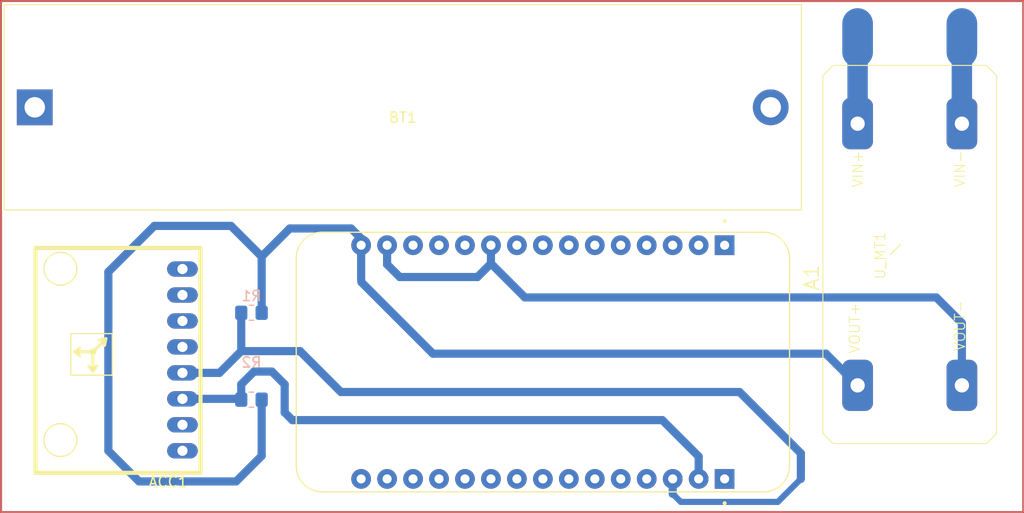
<source format=kicad_pcb>
(kicad_pcb (version 20240108) (generator "pcbnew") (generator_version "8.0")
  (layers (0 "F.Cu" signal) (31 "B.Cu" signal) (34 "B.Paste" user) (35 "F.Paste" user) (36 "B.SilkS" user "B.Silkscreen") (37 "F.SilkS" user "F.Silkscreen") (38 "B.Mask" user) (39 "F.Mask" user) (44 "Edge.Cuts" user))
  (net 0 "")
  (net 28 "Net-(A1B-D1)")
  (net 29 "Net-(A1B-D2)")
  (net 30 "/Vcc")
  (net 31 "Net-(U_MT1-VOUT-)")
  (net 32 "Net-(BT1-+)")
  (net 33 "Net-(BT1--)")
  (footprint "GY512:GY-521" (layer "F.Cu") (at 129.52 95.156 180)
    (property "Reference" "ACC1" (at 3.167 -22.8854 360) (layer "F.SilkS"))
    (property "Value" "GY-521")
    (fp_line (start 16.15 0) (end 16.15 -22) (stroke (width 0.4064)) (layer "F.SilkS"))
    (fp_line (start 16.15 -22) (end 0 -22) (stroke (width 0.4064)) (layer "F.SilkS"))
    (fp_line (start 12.692 -8.382) (end 12.692 -12.446) (stroke (width 0.127)) (layer "F.SilkS"))
    (fp_line (start 12.692 -12.446) (end 8.628 -12.446) (stroke (width 0.127)) (layer "F.SilkS"))
    (fp_line (start 12.311 -10.16) (end 11.803 -9.779) (stroke (width 0.3048)) (layer "F.SilkS"))
    (fp_line (start 11.803 -10.541) (end 12.311 -10.16) (stroke (width 0.3048)) (layer "F.SilkS"))
    (fp_line (start 10.914 -11.557) (end 10.533 -12.065) (stroke (width 0.3048)) (layer "F.SilkS"))
    (fp_line (start 10.533 -10.16) (end 12.311 -10.16) (stroke (width 0.3048)) (layer "F.SilkS"))
    (fp_line (start 10.533 -10.16) (end 10.533 -12.065) (stroke (width 0.3048)) (layer "F.SilkS"))
    (fp_line (start 10.533 -10.16) (end 9.263 -8.89) (stroke (width 0.3048)) (layer "F.SilkS"))
    (fp_line (start 10.533 -12.065) (end 10.152 -11.557) (stroke (width 0.3048)) (layer "F.SilkS"))
    (fp_line (start 9.263 -8.89) (end 9.898 -9.017) (stroke (width 0.3048)) (layer "F.SilkS"))
    (fp_line (start 9.263 -8.89) (end 9.39 -9.525) (stroke (width 0.3048)) (layer "F.SilkS"))
    (fp_line (start 8.628 -8.382) (end 12.692 -8.382) (stroke (width 0.127)) (layer "F.SilkS"))
    (fp_line (start 8.628 -12.446) (end 8.628 -8.382) (stroke (width 0.127)) (layer "F.SilkS"))
    (fp_line (start 0 0) (end 16.15 0) (stroke (width 0.4064)) (layer "F.SilkS"))
    (fp_line (start 0 -22) (end 0 0) (stroke (width 0.4064)) (layer "F.SilkS"))
    (fp_circle (center 13.708 -2.032) (end 15.31443 -2.032) (stroke (width 0.127)) (fill none) (layer "F.SilkS"))
    (fp_circle (center 13.708 -18.796) (end 15.31443 -18.796) (stroke (width 0.127)) (fill none) (layer "F.SilkS"))
    (fp_circle (center 10.533 -10.16) (end 10.712603 -10.16) (stroke (width 0.3048)) (fill none) (layer "F.SilkS"))
    (pad "AD0" thru_hole oval (at 1.77 -4.604 180) (size 3 1.5) (drill 1) (layers "*.Cu" "*.Mask"))
    (pad "GND" thru_hole oval (at 1.77 -17.304 180) (size 3 1.5) (drill 1) (layers "*.Cu" "*.Mask"))
    (pad "INT" thru_hole oval (at 1.77 -2.064 180) (size 3 1.5) (drill 1) (layers "*.Cu" "*.Mask"))
    (pad "SCL" thru_hole oval (at 1.77 -14.764 180) (size 3 1.5) (drill 1) (layers "*.Cu" "*.Mask") (net 28 "Net-(A1B-D1)"))
    (pad "SDA" thru_hole oval (at 1.77 -12.224 180) (size 3 1.5) (drill 1) (layers "*.Cu" "*.Mask") (net 29 "Net-(A1B-D2)"))
    (pad "VCC" thru_hole oval (at 1.77 -19.844 180) (size 3 1.5) (drill 1) (layers "*.Cu" "*.Mask"))
    (pad "XCL" thru_hole oval (at 1.77 -7.144 180) (size 3 1.5) (drill 1) (layers "*.Cu" "*.Mask"))
    (pad "XDA" thru_hole oval (at 1.77 -9.684 180) (size 3 1.5) (drill 1) (layers "*.Cu" "*.Mask"))
  )
  (footprint "NodeMCUv2:SEEED_113990105" (layer "F.Cu") (at 163.01 106.32 -90)
    (property "Reference" "A1" (at -8.255 -26.289 90) (layer "F.SilkS") (effects (font (size 1.4 1.4))))
    (property "Value" "esp8266")
    (fp_line (start 10.16 24.13) (end -10.16 24.13) (stroke (width 0.127)) (layer "F.SilkS"))
    (fp_line (start -12.7 21.59) (end -12.7 -21.59) (stroke (width 0.127)) (layer "F.SilkS"))
    (fp_line (start 12.7 -21.59) (end 12.7 21.59) (stroke (width 0.127)) (layer "F.SilkS"))
    (fp_line (start -10.16 -24.13) (end 10.16 -24.13) (stroke (width 0.127)) (layer "F.SilkS"))
    (fp_arc (start -10.16 24.13) (mid -11.956051 23.386051) (end -12.7 21.59) (stroke (width 0.127)) (layer "F.SilkS"))
    (fp_arc (start 12.7 21.59) (mid 11.956051 23.386051) (end 10.16 24.13) (stroke (width 0.127)) (layer "F.SilkS"))
    (fp_arc (start -12.7 -21.59) (mid -11.956051 -23.386051) (end -10.16 -24.13) (stroke (width 0.127)) (layer "F.SilkS"))
    (fp_arc (start 10.16 -24.13) (mid 11.956051 -23.386051) (end 12.7 -21.59) (stroke (width 0.127)) (layer "F.SilkS"))
    (fp_circle (center -13.81 -17.78) (end -13.71 -17.78) (stroke (width 0.2)) (fill none) (layer "F.SilkS"))
    (fp_circle (center 13.81 -17.78) (end 13.91 -17.78) (stroke (width 0.2)) (fill none) (layer "F.SilkS"))
    (pad "" np_thru_hole circle (at -10.16 -21.59 270) (size 3.2 3.2) (drill 3.2) (layers "*.Cu" "*.Mask"))
    (pad "" np_thru_hole circle (at -10.16 21.59 270) (size 3.2 3.2) (drill 3.2) (layers "*.Cu" "*.Mask"))
    (pad "" np_thru_hole circle (at 10.16 -21.59 270) (size 3.2 3.2) (drill 3.2) (layers "*.Cu" "*.Mask"))
    (pad "" np_thru_hole circle (at 10.16 21.59 270) (size 3.2 3.2) (drill 3.2) (layers "*.Cu" "*.Mask"))
    (pad "J1_1" thru_hole rect (at -11.43 -17.78 270) (size 1.93 1.93) (drill 0.889) (layers "*.Cu" "*.Mask"))
    (pad "J1_2" thru_hole circle (at -11.43 -15.24 270) (size 1.93 1.93) (drill 0.889) (layers "*.Cu" "*.Mask"))
    (pad "J1_3" thru_hole circle (at -11.43 -12.7 270) (size 1.93 1.93) (drill 0.889) (layers "*.Cu" "*.Mask"))
    (pad "J1_4" thru_hole circle (at -11.43 -10.16 270) (size 1.93 1.93) (drill 0.889) (layers "*.Cu" "*.Mask"))
    (pad "J1_5" thru_hole circle (at -11.43 -7.62 270) (size 1.93 1.93) (drill 0.889) (layers "*.Cu" "*.Mask"))
    (pad "J1_6" thru_hole circle (at -11.43 -5.08 270) (size 1.93 1.93) (drill 0.889) (layers "*.Cu" "*.Mask"))
    (pad "J1_7" thru_hole circle (at -11.43 -2.54 270) (size 1.93 1.93) (drill 0.889) (layers "*.Cu" "*.Mask"))
    (pad "J1_8" thru_hole circle (at -11.43 0 270) (size 1.93 1.93) (drill 0.889) (layers "*.Cu" "*.Mask"))
    (pad "J1_9" thru_hole circle (at -11.43 2.54 270) (size 1.93 1.93) (drill 0.889) (layers "*.Cu" "*.Mask"))
    (pad "J1_10" thru_hole circle (at -11.43 5.08 270) (size 1.93 1.93) (drill 0.889) (layers "*.Cu" "*.Mask") (net 31 "Net-(U_MT1-VOUT-)"))
    (pad "J1_11" thru_hole circle (at -11.43 7.62 270) (size 1.93 1.93) (drill 0.889) (layers "*.Cu" "*.Mask"))
    (pad "J1_12" thru_hole circle (at -11.43 10.16 270) (size 1.93 1.93) (drill 0.889) (layers "*.Cu" "*.Mask"))
    (pad "J1_13" thru_hole circle (at -11.43 12.7 270) (size 1.93 1.93) (drill 0.889) (layers "*.Cu" "*.Mask"))
    (pad "J1_14" thru_hole circle (at -11.43 15.24 270) (size 1.93 1.93) (drill 0.889) (layers "*.Cu" "*.Mask") (net 31 "Net-(U_MT1-VOUT-)"))
    (pad "J1_15" thru_hole circle (at -11.43 17.78 270) (size 1.93 1.93) (drill 0.889) (layers "*.Cu" "*.Mask") (net 30 "/Vcc"))
    (pad "J2_1" thru_hole rect (at 11.43 -17.78 270) (size 1.93 1.93) (drill 0.889) (layers "*.Cu" "*.Mask"))
    (pad "J2_2" thru_hole circle (at 11.43 -15.24 270) (size 1.93 1.93) (drill 0.889) (layers "*.Cu" "*.Mask") (net 28 "Net-(A1B-D1)"))
    (pad "J2_3" thru_hole circle (at 11.43 -12.7 270) (size 1.93 1.93) (drill 0.889) (layers "*.Cu" "*.Mask") (net 29 "Net-(A1B-D2)"))
    (pad "J2_4" thru_hole circle (at 11.43 -10.16 270) (size 1.93 1.93) (drill 0.889) (layers "*.Cu" "*.Mask"))
    (pad "J2_5" thru_hole circle (at 11.43 -7.62 270) (size 1.93 1.93) (drill 0.889) (layers "*.Cu" "*.Mask"))
    (pad "J2_6" thru_hole circle (at 11.43 -5.08 270) (size 1.93 1.93) (drill 0.889) (layers "*.Cu" "*.Mask"))
    (pad "J2_7" thru_hole circle (at 11.43 -2.54 270) (size 1.93 1.93) (drill 0.889) (layers "*.Cu" "*.Mask"))
    (pad "J2_8" thru_hole circle (at 11.43 0 270) (size 1.93 1.93) (drill 0.889) (layers "*.Cu" "*.Mask"))
    (pad "J2_9" thru_hole circle (at 11.43 2.54 270) (size 1.93 1.93) (drill 0.889) (layers "*.Cu" "*.Mask"))
    (pad "J2_10" thru_hole circle (at 11.43 5.08 270) (size 1.93 1.93) (drill 0.889) (layers "*.Cu" "*.Mask"))
    (pad "J2_11" thru_hole circle (at 11.43 7.62 270) (size 1.93 1.93) (drill 0.889) (layers "*.Cu" "*.Mask"))
    (pad "J2_12" thru_hole circle (at 11.43 10.16 270) (size 1.93 1.93) (drill 0.889) (layers "*.Cu" "*.Mask"))
    (pad "J2_13" thru_hole circle (at 11.43 12.7 270) (size 1.93 1.93) (drill 0.889) (layers "*.Cu" "*.Mask"))
    (pad "J2_14" thru_hole circle (at 11.43 15.24 270) (size 1.93 1.93) (drill 0.889) (layers "*.Cu" "*.Mask"))
    (pad "J2_15" thru_hole circle (at 11.43 17.78 270) (size 1.93 1.93) (drill 0.889) (layers "*.Cu" "*.Mask"))
  )
  (footprint "Battery:BatteryHolder_MPD_BH-18650-PC2" (layer "F.Cu") (at 113.3 81.4)
    (property "Reference" "BT1" (at 36 1 0) (layer "F.SilkS"))
    (property "Value" "Battery_Cell")
    (fp_line (start -3 -10.05) (end 75 -10.05) (stroke (width 0.12)) (layer "F.SilkS"))
    (fp_line (start -3 10.05) (end -3 -10.05) (stroke (width 0.12)) (layer "F.SilkS"))
    (fp_line (start 75 -10.05) (end 75 10.05) (stroke (width 0.12)) (layer "F.SilkS"))
    (fp_line (start 75 10.05) (end -3 10.05) (stroke (width 0.12)) (layer "F.SilkS"))
    (pad "" np_thru_hole circle (at 8.645 0) (size 3.2 3.2) (drill 3.2) (layers "*.Cu" "*.Mask"))
    (pad "" np_thru_hole circle (at 64.255 0) (size 3.2 3.2) (drill 3.2) (layers "*.Cu" "*.Mask"))
    (pad "1" thru_hole rect (at 0 0) (size 3.5 3.5) (drill 2) (layers "*.Cu" "*.Mask") (net 32 "Net-(BT1-+)"))
    (pad "2" thru_hole circle (at 72 0) (size 3.5 3.5) (drill 2) (layers "*.Cu" "*.Mask") (net 33 "Net-(BT1--)"))
  )
  (footprint "vito:MT3608_board" (layer "F.Cu") (at 207.4 114.3 90)
    (property "Reference" "U_MT1" (at 18.4 -11.4 90) (layer "F.SilkS") (effects (font (thickness 0.1))))
    (property "Value" "~")
    (fp_line (start 36 -17) (end 37 -16) (stroke (width 0.1)) (layer "F.SilkS"))
    (fp_line (start 1 -17) (end 36 -17) (stroke (width 0.1)) (layer "F.SilkS"))
    (fp_line (start 37 -16) (end 37 -1) (stroke (width 0.1)) (layer "F.SilkS"))
    (fp_line (start 0 -16) (end 1 -17) (stroke (width 0.1)) (layer "F.SilkS"))
    (fp_line (start 0 -16) (end 0 -1) (stroke (width 0.1)) (layer "F.SilkS"))
    (fp_line (start 18.5 -10.4) (end 19.5 -9.4) (stroke (width 0.1)) (layer "F.SilkS"))
    (fp_line (start 0 -1) (end 1 0) (stroke (width 0.1)) (layer "F.SilkS"))
    (fp_line (start 36 0) (end 37 -1) (stroke (width 0.1)) (layer "F.SilkS"))
    (fp_line (start 36 0) (end 1 0) (stroke (width 0.1)) (layer "F.SilkS"))
    (fp_text user "VOUT+" (at 8.75 -13.29 90) (layer "F.SilkS") (effects (font (thickness 0.1)) (justify left bottom)))
    (fp_text user "VIN+" (at 25 -13 90) (layer "F.SilkS") (effects (font (thickness 0.1)) (justify left bottom)))
    (fp_text user "VOUT-" (at 9 -3 90) (layer "F.SilkS") (effects (font (thickness 0.1)) (justify left bottom)))
    (fp_text user "VIN-" (at 25 -3 90) (layer "F.SilkS") (effects (font (thickness 0.1)) (justify left bottom)))
    (pad "1" thru_hole roundrect (at 31.3 -13.6 90) (size 5 3) (drill 1.4) (layers "*.Cu" "*.Mask") (net 32 "Net-(BT1-+)"))
    (pad "2" thru_hole roundrect (at 31.3 -3.4 90) (size 5 3) (drill 1.4) (layers "*.Cu" "*.Mask") (net 33 "Net-(BT1--)"))
    (pad "3" thru_hole roundrect (at 5.7 -13.6 90) (size 5 3) (drill 1.4) (layers "*.Cu" "*.Mask") (net 30 "/Vcc"))
    (pad "4" thru_hole roundrect (at 5.7 -3.4 90) (size 5 3) (drill 1.4) (layers "*.Cu" "*.Mask") (net 31 "Net-(U_MT1-VOUT-)"))
  )
  (footprint "TCLib:R_0805" (layer "B.Cu") (at 134.5 110 180)
    (property "Reference" "R2" (at 0 3.65 360) (layer "B.SilkS") (effects (justify mirror)))
    (property "Value" "R")
    (fp_line (start 0.227064 0.735) (end -0.227064 0.735) (stroke (width 0.12)) (layer "B.SilkS"))
    (fp_line (start 0.227064 -0.735) (end -0.227064 -0.735) (stroke (width 0.12)) (layer "B.SilkS"))
    (pad "1" smd roundrect (at -1 0 180) (size 1.2 1.4) (layers "B.Cu" "B.Paste" "B.Mask") (roundrect_rratio 0.208333) (net 30 "/Vcc"))
    (pad "2" smd roundrect (at 1 0 180) (size 1.2 1.4) (layers "B.Cu" "B.Paste" "B.Mask") (roundrect_rratio 0.208333) (net 28 "Net-(A1B-D1)"))
  )
  (footprint "TCLib:R_0805" (layer "B.Cu") (at 134.5 101.5 180)
    (property "Reference" "R1" (at 0 1.65 360) (layer "B.SilkS") (effects (justify mirror)))
    (property "Value" "R")
    (fp_line (start 0.227064 0.735) (end -0.227064 0.735) (stroke (width 0.12)) (layer "B.SilkS"))
    (fp_line (start 0.227064 -0.735) (end -0.227064 -0.735) (stroke (width 0.12)) (layer "B.SilkS"))
    (pad "1" smd roundrect (at -1 0 180) (size 1.2 1.4) (layers "B.Cu" "B.Paste" "B.Mask") (roundrect_rratio 0.208333) (net 30 "/Vcc"))
    (pad "2" smd roundrect (at 1 0 180) (size 1.2 1.4) (layers "B.Cu" "B.Paste" "B.Mask") (roundrect_rratio 0.208333) (net 29 "Net-(A1B-D2)"))
  )
  (gr_rect (start 110 71) (end 210 121) (stroke (width 0.2)) (fill none) (layer "F.Cu") (net 28))
  (gr_rect (start 110 71) (end 210 121) (stroke (width 0.05)) (fill none) (layer "Edge.Cuts"))
  (segment (start 133.5 108.5) (end 134.75 107.25) (width 0.8) (layer "B.Cu") (net 28))
  (segment (start 134.75 107.25) (end 136.5 107.25) (width 0.8) (layer "B.Cu") (net 28))
  (segment (start 174.697056 112) (end 178.25 115.552944) (width 0.8) (layer "B.Cu") (net 28))
  (segment (start 127.75 109.92) (end 133.42 109.92) (width 0.8) (layer "B.Cu") (net 28))
  (segment (start 137.75 108.5) (end 137.75 111.25) (width 0.8) (layer "B.Cu") (net 28))
  (segment (start 133.42 109.92) (end 133.5 110) (width 0.8) (layer "B.Cu") (net 28))
  (segment (start 137.75 111.25) (end 138.5 112) (width 0.8) (layer "B.Cu") (net 28))
  (segment (start 136.5 107.25) (end 137.75 108.5) (width 0.8) (layer "B.Cu") (net 28))
  (segment (start 178.25 115.552944) (end 178.25 117.75) (width 0.8) (layer "B.Cu") (net 28))
  (segment (start 138.5 112) (end 174.697056 112) (width 0.8) (layer "B.Cu") (net 28))
  (segment (start 133.5 110) (end 133.5 108.5) (width 0.8) (layer "B.Cu") (net 28))
  (segment (start 188.25 115.25) (end 182.25 109.25) (width 0.8) (layer "B.Cu") (net 29))
  (segment (start 186 120) (end 176.5 120) (width 0.6) (layer "B.Cu") (net 29))
  (segment (start 143.25 109.25) (end 139.25 105.25) (width 0.8) (layer "B.Cu") (net 29))
  (segment (start 176.5 120) (end 175.71 119.21) (width 0.6) (layer "B.Cu") (net 29))
  (segment (start 131.37 107.38) (end 133.5 105.25) (width 0.8) (layer "B.Cu") (net 29))
  (segment (start 188.25 117.75) (end 186 120) (width 0.6) (layer "B.Cu") (net 29))
  (segment (start 175.71 117.75) (end 175.71 119.21) (width 0.8) (layer "B.Cu") (net 29))
  (segment (start 188.25 117.75) (end 188.25 115.25) (width 0.8) (layer "B.Cu") (net 29))
  (segment (start 127.75 107.38) (end 131.37 107.38) (width 0.8) (layer "B.Cu") (net 29))
  (segment (start 182.25 109.25) (end 143.25 109.25) (width 0.8) (layer "B.Cu") (net 29))
  (segment (start 139.25 105.25) (end 133.5 105.25) (width 0.8) (layer "B.Cu") (net 29))
  (segment (start 133.5 105.25) (end 133.5 101.5) (width 0.8) (layer "B.Cu") (net 29))
  (segment (start 135.5 96) (end 135.5 101.5) (width 0.8) (layer "B.Cu") (net 30))
  (segment (start 190.7 105.5) (end 152.25 105.5) (width 0.8) (layer "B.Cu") (net 30))
  (segment (start 125 93) (end 132.5 93) (width 0.8) (layer "B.Cu") (net 30))
  (segment (start 135.5 96) (end 138.25 93.25) (width 0.8) (layer "B.Cu") (net 30))
  (segment (start 123.5 118) (end 120.5 115) (width 0.8) (layer "B.Cu") (net 30))
  (segment (start 145.23 94.23) (end 145.23 94.89) (width 0.8) (layer "B.Cu") (net 30))
  (segment (start 133 118) (end 123.5 118) (width 0.8) (layer "B.Cu") (net 30))
  (segment (start 135.5 115.5) (end 133 118) (width 0.8) (layer "B.Cu") (net 30))
  (segment (start 193.8 108.6) (end 190.7 105.5) (width 0.8) (layer "B.Cu") (net 30))
  (segment (start 138.25 93.25) (end 144.25 93.25) (width 0.8) (layer "B.Cu") (net 30))
  (segment (start 120.5 97.5) (end 125 93) (width 0.8) (layer "B.Cu") (net 30))
  (segment (start 135.5 110) (end 135.5 115.5) (width 0.8) (layer "B.Cu") (net 30))
  (segment (start 144.25 93.25) (end 145.23 94.23) (width 0.8) (layer "B.Cu") (net 30))
  (segment (start 145.23 98.27) (end 145.23 94.89) (width 0.8) (layer "B.Cu") (net 30))
  (segment (start 152.25 105.5) (end 145.25 98.5) (width 0.8) (layer "B.Cu") (net 30))
  (segment (start 120.5 115) (end 120.5 97.5) (width 0.8) (layer "B.Cu") (net 30))
  (segment (start 132.5 93) (end 135.5 96) (width 0.8) (layer "B.Cu") (net 30))
  (segment (start 147.77 94.89) (end 147.77 96.77) (width 0.8) (layer "B.Cu") (net 31))
  (segment (start 161.25 100) (end 201.5 100) (width 0.8) (layer "B.Cu") (net 31))
  (segment (start 201.5 100) (end 204 102.5) (width 0.8) (layer "B.Cu") (net 31))
  (segment (start 204 102.5) (end 204 108.6) (width 0.8) (layer "B.Cu") (net 31))
  (segment (start 157.93 94.89) (end 157.93 96.68) (width 0.8) (layer "B.Cu") (net 31))
  (segment (start 156.61 98) (end 157.93 96.68) (width 0.8) (layer "B.Cu") (net 31))
  (segment (start 149 98) (end 156.61 98) (width 0.8) (layer "B.Cu") (net 31))
  (segment (start 157.93 96.68) (end 161.25 100) (width 0.8) (layer "B.Cu") (net 31))
  (segment (start 147.77 96.77) (end 149 98) (width 0.8) (layer "B.Cu") (net 31))
  (segment (start 193.8 83) (end 193.8 76) (width 2) (layer "B.Cu") (net 32))
  (segment (start 193.8 76) (end 193.8 73.2) (width 3) (layer "B.Cu") (net 32))
  (segment (start 204 76) (end 204 73.2) (width 3) (layer "B.Cu") (net 33))
  (segment (start 204 83) (end 204 76) (width 2) (layer "B.Cu") (net 33))
)
</source>
